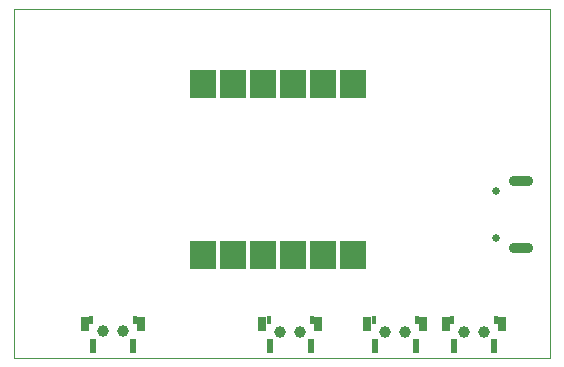
<source format=gbr>
%TF.GenerationSoftware,KiCad,Pcbnew,(6.0.1)*%
%TF.CreationDate,2022-09-04T12:14:09+08:00*%
%TF.ProjectId,Digital Clock,44696769-7461-46c2-9043-6c6f636b2e6b,_____*%
%TF.SameCoordinates,Original*%
%TF.FileFunction,Soldermask,Bot*%
%TF.FilePolarity,Negative*%
%FSLAX46Y46*%
G04 Gerber Fmt 4.6, Leading zero omitted, Abs format (unit mm)*
G04 Created by KiCad (PCBNEW (6.0.1)) date 2022-09-04 12:14:09*
%MOMM*%
%LPD*%
G01*
G04 APERTURE LIST*
%TA.AperFunction,Profile*%
%ADD10C,0.100000*%
%TD*%
%ADD11C,0.650000*%
%ADD12O,2.090000X0.930000*%
%ADD13R,0.600000X1.200000*%
%ADD14R,0.650000X1.300000*%
%ADD15R,0.400000X0.650000*%
%ADD16C,1.000000*%
%ADD17R,2.200000X2.450000*%
G04 APERTURE END LIST*
D10*
X43410000Y-19400000D02*
X88800000Y-19400000D01*
X88800000Y-19400000D02*
X88800000Y-48900000D01*
X88800000Y-48900000D02*
X43410000Y-48900000D01*
X43410000Y-48900000D02*
X43410000Y-19400000D01*
D11*
%TO.C,J1*%
X84237500Y-34760000D03*
X84237500Y-38760000D03*
D12*
X86337500Y-39590000D03*
X86337500Y-33910000D03*
%TD*%
D13*
%TO.C,SW2*%
X50060000Y-47880000D03*
X53510000Y-47880000D03*
D14*
X54150000Y-46040000D03*
X49430000Y-46030000D03*
D15*
X53630000Y-45720000D03*
X49950000Y-45710000D03*
D16*
X50910000Y-46680000D03*
X52610000Y-46680000D03*
%TD*%
D13*
%TO.C,SW5*%
X77410000Y-47900000D03*
X73960000Y-47900000D03*
D15*
X73850000Y-45730000D03*
X77530000Y-45740000D03*
D14*
X78050000Y-46060000D03*
X73330000Y-46050000D03*
D16*
X74810000Y-46700000D03*
X76510000Y-46700000D03*
%TD*%
D17*
%TO.C,D1*%
X72110000Y-25700000D03*
X64490000Y-25695000D03*
X61950000Y-25700000D03*
X59410000Y-40175000D03*
X69570000Y-25705000D03*
X59410000Y-25690000D03*
X64490000Y-40180000D03*
X69570000Y-40190000D03*
X72110000Y-40185000D03*
X67030000Y-25695000D03*
X61950000Y-40185000D03*
X67030000Y-40180000D03*
%TD*%
D13*
%TO.C,SW1*%
X84070000Y-47900000D03*
X80620000Y-47900000D03*
D15*
X84190000Y-45740000D03*
D14*
X84710000Y-46060000D03*
X79990000Y-46050000D03*
D15*
X80510000Y-45730000D03*
D16*
X83170000Y-46700000D03*
X81470000Y-46700000D03*
%TD*%
D13*
%TO.C,SW3*%
X68520000Y-47900000D03*
X65070000Y-47900000D03*
D15*
X64960000Y-45730000D03*
D14*
X69160000Y-46060000D03*
X64440000Y-46050000D03*
D15*
X68640000Y-45740000D03*
D16*
X67620000Y-46700000D03*
X65920000Y-46700000D03*
%TD*%
M02*

</source>
